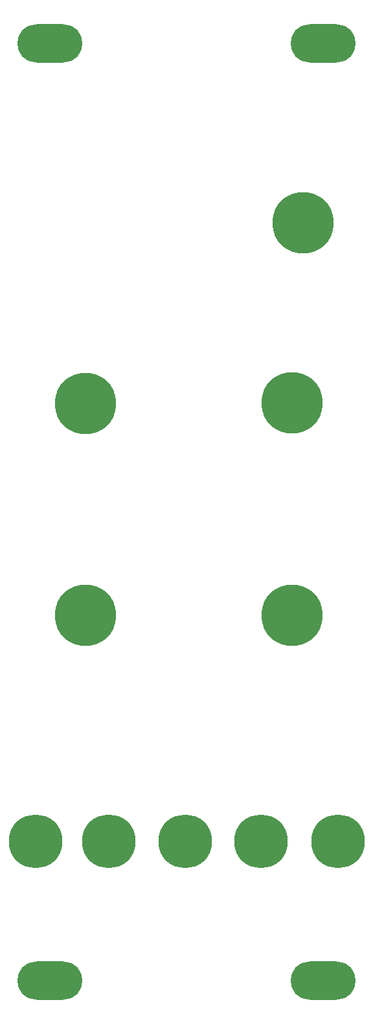
<source format=gbr>
%TF.GenerationSoftware,KiCad,Pcbnew,(6.0.8)*%
%TF.CreationDate,2023-04-30T16:13:03+01:00*%
%TF.ProjectId,Panel,50616e65-6c2e-46b6-9963-61645f706362,rev?*%
%TF.SameCoordinates,Original*%
%TF.FileFunction,Copper,L1,Top*%
%TF.FilePolarity,Positive*%
%FSLAX46Y46*%
G04 Gerber Fmt 4.6, Leading zero omitted, Abs format (unit mm)*
G04 Created by KiCad (PCBNEW (6.0.8)) date 2023-04-30 16:13:03*
%MOMM*%
%LPD*%
G01*
G04 APERTURE LIST*
%TA.AperFunction,NonConductor*%
%ADD10C,3.506351*%
%TD*%
%TA.AperFunction,ComponentPad*%
%ADD11O,8.500000X5.000000*%
%TD*%
%TA.AperFunction,ComponentPad*%
%ADD12C,8.000000*%
%TD*%
%TA.AperFunction,ComponentPad*%
%ADD13C,7.000000*%
%TD*%
G04 APERTURE END LIST*
D10*
X127658624Y-137642600D02*
G75*
G03*
X127658624Y-137642600I-1753175J0D01*
G01*
D11*
%TO.P,REF\u002A\u002A,1*%
%TO.N,N/C*%
X118157000Y-33353000D03*
%TD*%
D12*
%TO.P,,1*%
%TO.N,N/C*%
X122885200Y-80390471D03*
%TD*%
D13*
%TO.P,REF\u002A\u002A,1*%
%TO.N,N/C*%
X155829000Y-137668000D03*
%TD*%
D12*
%TO.P,REF\u002A\u002A,1*%
%TO.N,N/C*%
X149860000Y-108077000D03*
%TD*%
D13*
%TO.P,REF\u002A\u002A,1*%
%TO.N,N/C*%
X116332000Y-137668000D03*
%TD*%
D11*
%TO.P,REF\u002A\u002A,1*%
%TO.N,N/C*%
X153877000Y-155853000D03*
%TD*%
%TO.P,REF\u002A\u002A,1*%
%TO.N,N/C*%
X153877000Y-33353000D03*
%TD*%
D12*
%TO.P,REF\u002A\u002A,1*%
%TO.N,N/C*%
X149860000Y-80340200D03*
%TD*%
D13*
%TO.P,REF\u002A\u002A,1*%
%TO.N,N/C*%
X135890000Y-137668000D03*
%TD*%
D12*
%TO.P,,1*%
%TO.N,N/C*%
X122809000Y-108077000D03*
%TD*%
D11*
%TO.P,REF\u002A\u002A,1*%
%TO.N,N/C*%
X118157000Y-155853000D03*
%TD*%
D12*
%TO.P,REF\u002A\u002A,1*%
%TO.N,N/C*%
X151256800Y-56808200D03*
%TD*%
D13*
%TO.P,REF\u002A\u002A,1*%
%TO.N,N/C*%
X145796000Y-137668000D03*
%TD*%
%TO.P,,1*%
%TO.N,N/C*%
X125857000Y-137668000D03*
%TD*%
M02*

</source>
